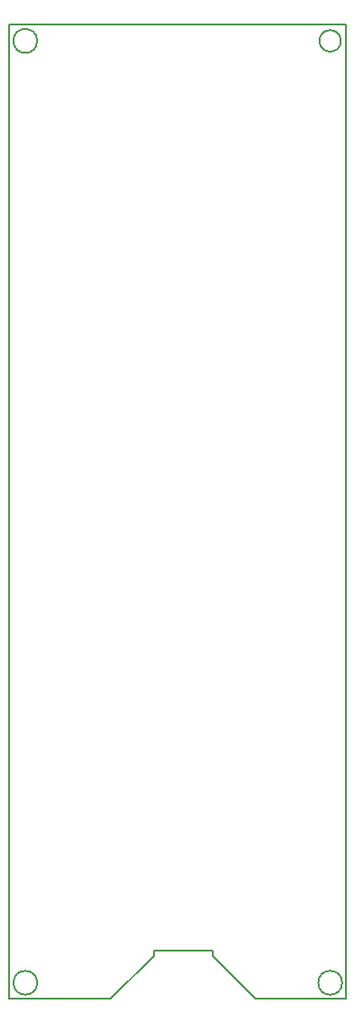
<source format=gm1>
G04 #@! TF.FileFunction,Profile,NP*
%FSLAX46Y46*%
G04 Gerber Fmt 4.6, Leading zero omitted, Abs format (unit mm)*
G04 Created by KiCad (PCBNEW 4.0.4-stable) date 08/15/17 20:15:12*
%MOMM*%
%LPD*%
G01*
G04 APERTURE LIST*
%ADD10C,0.100000*%
%ADD11C,0.150000*%
G04 APERTURE END LIST*
D10*
D11*
X147000000Y-65500000D02*
G75*
G03X147000000Y-65500000I-1000000J0D01*
G01*
X118618034Y-65500000D02*
G75*
G03X118618034Y-65500000I-1118034J0D01*
G01*
X147118034Y-153500000D02*
G75*
G03X147118034Y-153500000I-1118034J0D01*
G01*
X118618034Y-153500000D02*
G75*
G03X118618034Y-153500000I-1118034J0D01*
G01*
X135000000Y-150500000D02*
X135000000Y-151000000D01*
X129500000Y-150500000D02*
X135000000Y-150500000D01*
X129500000Y-151000000D02*
X129500000Y-150500000D01*
X139000000Y-155000000D02*
X147500000Y-155000000D01*
X135000000Y-151000000D02*
X139000000Y-155000000D01*
X125500000Y-155000000D02*
X116000000Y-155000000D01*
X129500000Y-151000000D02*
X125500000Y-155000000D01*
X147500000Y-64000000D02*
X147500000Y-64500000D01*
X116000000Y-64000000D02*
X147500000Y-64000000D01*
X147500000Y-155000000D02*
X147500000Y-64500000D01*
X116000000Y-155000000D02*
X116000000Y-64000000D01*
M02*

</source>
